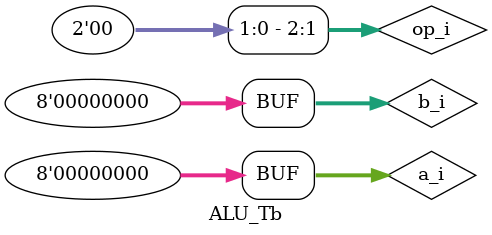
<source format=v>
`include "alu_1.v"
module ALU_Tb;
  reg[7:0] a_i,b_i;
  reg[2:0] op_i;
  wire[7:0] alu_o;
  wire carry;
  ALU alu(a_i,b_i,op_i,alu_o,carry);
  initial begin
    $dumpfile("dump.vcd");
    $dumpvars(1);
    $monitor("a_i=%d,b_i=%d,op_i=%b,alu_o=%b",a_i,b_i,op_i,alu_o);
    repeat(8)begin
      {a_i,b_i,op_i}=$random;
      #5;
    end
  end
endmodule
</source>
